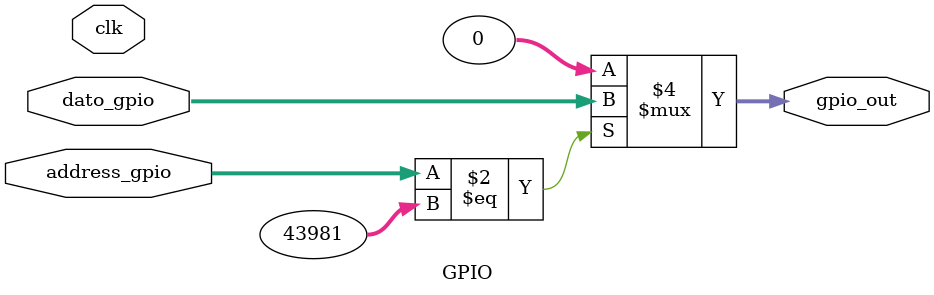
<source format=v>
`timescale 1ns / 1ps
module GPIO(
	input [31:0] address_gpio,
	input [31:0] dato_gpio,
	input clk,
	output reg [31:0] gpio_out
    );
	 
	always @(*)
	begin 
		if (address_gpio == 32'habcd)
			gpio_out <= dato_gpio; 
		else
			gpio_out <= 32'd0;
		
	end

endmodule

</source>
